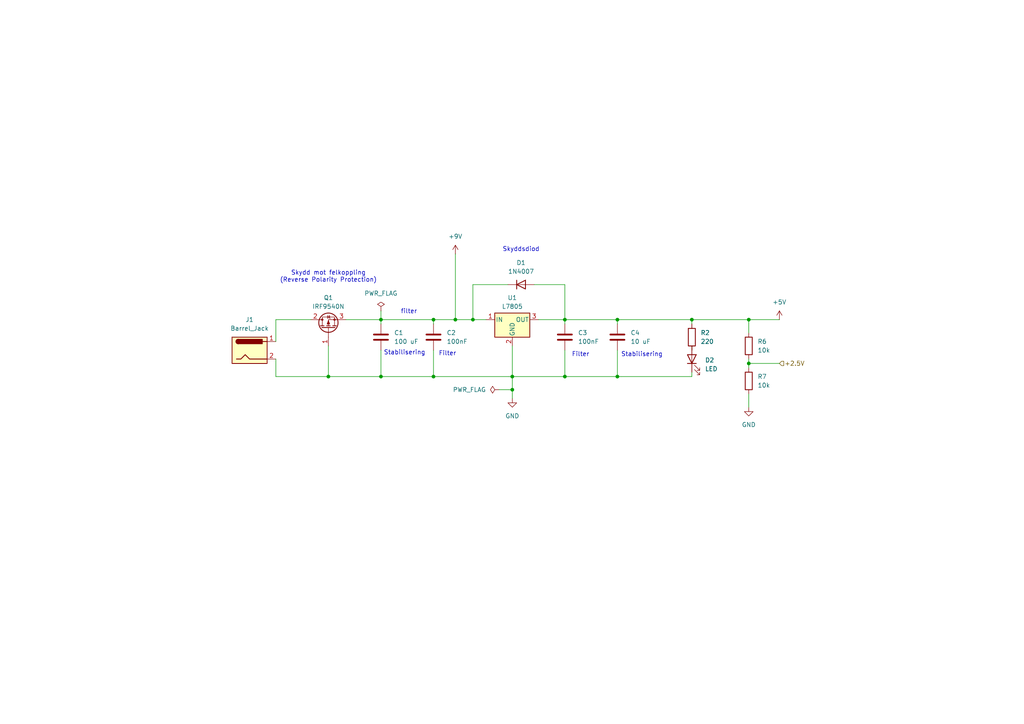
<source format=kicad_sch>
(kicad_sch
	(version 20250114)
	(generator "eeschema")
	(generator_version "9.0")
	(uuid "0274b2d8-f094-4af9-80bc-d80109e8a7d0")
	(paper "A4")
	(lib_symbols
		(symbol "Connector:Barrel_Jack"
			(pin_names
				(offset 1.016)
			)
			(exclude_from_sim no)
			(in_bom yes)
			(on_board yes)
			(property "Reference" "J"
				(at 0 5.334 0)
				(effects
					(font
						(size 1.27 1.27)
					)
				)
			)
			(property "Value" "Barrel_Jack"
				(at 0 -5.08 0)
				(effects
					(font
						(size 1.27 1.27)
					)
				)
			)
			(property "Footprint" ""
				(at 1.27 -1.016 0)
				(effects
					(font
						(size 1.27 1.27)
					)
					(hide yes)
				)
			)
			(property "Datasheet" "~"
				(at 1.27 -1.016 0)
				(effects
					(font
						(size 1.27 1.27)
					)
					(hide yes)
				)
			)
			(property "Description" "DC Barrel Jack"
				(at 0 0 0)
				(effects
					(font
						(size 1.27 1.27)
					)
					(hide yes)
				)
			)
			(property "ki_keywords" "DC power barrel jack connector"
				(at 0 0 0)
				(effects
					(font
						(size 1.27 1.27)
					)
					(hide yes)
				)
			)
			(property "ki_fp_filters" "BarrelJack*"
				(at 0 0 0)
				(effects
					(font
						(size 1.27 1.27)
					)
					(hide yes)
				)
			)
			(symbol "Barrel_Jack_0_1"
				(rectangle
					(start -5.08 3.81)
					(end 5.08 -3.81)
					(stroke
						(width 0.254)
						(type default)
					)
					(fill
						(type background)
					)
				)
				(polyline
					(pts
						(xy -3.81 -2.54) (xy -2.54 -2.54) (xy -1.27 -1.27) (xy 0 -2.54) (xy 2.54 -2.54) (xy 5.08 -2.54)
					)
					(stroke
						(width 0.254)
						(type default)
					)
					(fill
						(type none)
					)
				)
				(arc
					(start -3.302 1.905)
					(mid -3.9343 2.54)
					(end -3.302 3.175)
					(stroke
						(width 0.254)
						(type default)
					)
					(fill
						(type none)
					)
				)
				(arc
					(start -3.302 1.905)
					(mid -3.9343 2.54)
					(end -3.302 3.175)
					(stroke
						(width 0.254)
						(type default)
					)
					(fill
						(type outline)
					)
				)
				(rectangle
					(start 3.683 3.175)
					(end -3.302 1.905)
					(stroke
						(width 0.254)
						(type default)
					)
					(fill
						(type outline)
					)
				)
				(polyline
					(pts
						(xy 5.08 2.54) (xy 3.81 2.54)
					)
					(stroke
						(width 0.254)
						(type default)
					)
					(fill
						(type none)
					)
				)
			)
			(symbol "Barrel_Jack_1_1"
				(pin passive line
					(at 7.62 2.54 180)
					(length 2.54)
					(name "~"
						(effects
							(font
								(size 1.27 1.27)
							)
						)
					)
					(number "1"
						(effects
							(font
								(size 1.27 1.27)
							)
						)
					)
				)
				(pin passive line
					(at 7.62 -2.54 180)
					(length 2.54)
					(name "~"
						(effects
							(font
								(size 1.27 1.27)
							)
						)
					)
					(number "2"
						(effects
							(font
								(size 1.27 1.27)
							)
						)
					)
				)
			)
			(embedded_fonts no)
		)
		(symbol "Device:C"
			(pin_numbers
				(hide yes)
			)
			(pin_names
				(offset 0.254)
			)
			(exclude_from_sim no)
			(in_bom yes)
			(on_board yes)
			(property "Reference" "C"
				(at 0.635 2.54 0)
				(effects
					(font
						(size 1.27 1.27)
					)
					(justify left)
				)
			)
			(property "Value" "C"
				(at 0.635 -2.54 0)
				(effects
					(font
						(size 1.27 1.27)
					)
					(justify left)
				)
			)
			(property "Footprint" ""
				(at 0.9652 -3.81 0)
				(effects
					(font
						(size 1.27 1.27)
					)
					(hide yes)
				)
			)
			(property "Datasheet" "~"
				(at 0 0 0)
				(effects
					(font
						(size 1.27 1.27)
					)
					(hide yes)
				)
			)
			(property "Description" "Unpolarized capacitor"
				(at 0 0 0)
				(effects
					(font
						(size 1.27 1.27)
					)
					(hide yes)
				)
			)
			(property "ki_keywords" "cap capacitor"
				(at 0 0 0)
				(effects
					(font
						(size 1.27 1.27)
					)
					(hide yes)
				)
			)
			(property "ki_fp_filters" "C_*"
				(at 0 0 0)
				(effects
					(font
						(size 1.27 1.27)
					)
					(hide yes)
				)
			)
			(symbol "C_0_1"
				(polyline
					(pts
						(xy -2.032 0.762) (xy 2.032 0.762)
					)
					(stroke
						(width 0.508)
						(type default)
					)
					(fill
						(type none)
					)
				)
				(polyline
					(pts
						(xy -2.032 -0.762) (xy 2.032 -0.762)
					)
					(stroke
						(width 0.508)
						(type default)
					)
					(fill
						(type none)
					)
				)
			)
			(symbol "C_1_1"
				(pin passive line
					(at 0 3.81 270)
					(length 2.794)
					(name "~"
						(effects
							(font
								(size 1.27 1.27)
							)
						)
					)
					(number "1"
						(effects
							(font
								(size 1.27 1.27)
							)
						)
					)
				)
				(pin passive line
					(at 0 -3.81 90)
					(length 2.794)
					(name "~"
						(effects
							(font
								(size 1.27 1.27)
							)
						)
					)
					(number "2"
						(effects
							(font
								(size 1.27 1.27)
							)
						)
					)
				)
			)
			(embedded_fonts no)
		)
		(symbol "Device:LED"
			(pin_numbers
				(hide yes)
			)
			(pin_names
				(offset 1.016)
				(hide yes)
			)
			(exclude_from_sim no)
			(in_bom yes)
			(on_board yes)
			(property "Reference" "D"
				(at 0 2.54 0)
				(effects
					(font
						(size 1.27 1.27)
					)
				)
			)
			(property "Value" "LED"
				(at 0 -2.54 0)
				(effects
					(font
						(size 1.27 1.27)
					)
				)
			)
			(property "Footprint" ""
				(at 0 0 0)
				(effects
					(font
						(size 1.27 1.27)
					)
					(hide yes)
				)
			)
			(property "Datasheet" "~"
				(at 0 0 0)
				(effects
					(font
						(size 1.27 1.27)
					)
					(hide yes)
				)
			)
			(property "Description" "Light emitting diode"
				(at 0 0 0)
				(effects
					(font
						(size 1.27 1.27)
					)
					(hide yes)
				)
			)
			(property "Sim.Pins" "1=K 2=A"
				(at 0 0 0)
				(effects
					(font
						(size 1.27 1.27)
					)
					(hide yes)
				)
			)
			(property "ki_keywords" "LED diode"
				(at 0 0 0)
				(effects
					(font
						(size 1.27 1.27)
					)
					(hide yes)
				)
			)
			(property "ki_fp_filters" "LED* LED_SMD:* LED_THT:*"
				(at 0 0 0)
				(effects
					(font
						(size 1.27 1.27)
					)
					(hide yes)
				)
			)
			(symbol "LED_0_1"
				(polyline
					(pts
						(xy -3.048 -0.762) (xy -4.572 -2.286) (xy -3.81 -2.286) (xy -4.572 -2.286) (xy -4.572 -1.524)
					)
					(stroke
						(width 0)
						(type default)
					)
					(fill
						(type none)
					)
				)
				(polyline
					(pts
						(xy -1.778 -0.762) (xy -3.302 -2.286) (xy -2.54 -2.286) (xy -3.302 -2.286) (xy -3.302 -1.524)
					)
					(stroke
						(width 0)
						(type default)
					)
					(fill
						(type none)
					)
				)
				(polyline
					(pts
						(xy -1.27 0) (xy 1.27 0)
					)
					(stroke
						(width 0)
						(type default)
					)
					(fill
						(type none)
					)
				)
				(polyline
					(pts
						(xy -1.27 -1.27) (xy -1.27 1.27)
					)
					(stroke
						(width 0.254)
						(type default)
					)
					(fill
						(type none)
					)
				)
				(polyline
					(pts
						(xy 1.27 -1.27) (xy 1.27 1.27) (xy -1.27 0) (xy 1.27 -1.27)
					)
					(stroke
						(width 0.254)
						(type default)
					)
					(fill
						(type none)
					)
				)
			)
			(symbol "LED_1_1"
				(pin passive line
					(at -3.81 0 0)
					(length 2.54)
					(name "K"
						(effects
							(font
								(size 1.27 1.27)
							)
						)
					)
					(number "1"
						(effects
							(font
								(size 1.27 1.27)
							)
						)
					)
				)
				(pin passive line
					(at 3.81 0 180)
					(length 2.54)
					(name "A"
						(effects
							(font
								(size 1.27 1.27)
							)
						)
					)
					(number "2"
						(effects
							(font
								(size 1.27 1.27)
							)
						)
					)
				)
			)
			(embedded_fonts no)
		)
		(symbol "Device:R"
			(pin_numbers
				(hide yes)
			)
			(pin_names
				(offset 0)
			)
			(exclude_from_sim no)
			(in_bom yes)
			(on_board yes)
			(property "Reference" "R"
				(at 2.032 0 90)
				(effects
					(font
						(size 1.27 1.27)
					)
				)
			)
			(property "Value" "R"
				(at 0 0 90)
				(effects
					(font
						(size 1.27 1.27)
					)
				)
			)
			(property "Footprint" ""
				(at -1.778 0 90)
				(effects
					(font
						(size 1.27 1.27)
					)
					(hide yes)
				)
			)
			(property "Datasheet" "~"
				(at 0 0 0)
				(effects
					(font
						(size 1.27 1.27)
					)
					(hide yes)
				)
			)
			(property "Description" "Resistor"
				(at 0 0 0)
				(effects
					(font
						(size 1.27 1.27)
					)
					(hide yes)
				)
			)
			(property "ki_keywords" "R res resistor"
				(at 0 0 0)
				(effects
					(font
						(size 1.27 1.27)
					)
					(hide yes)
				)
			)
			(property "ki_fp_filters" "R_*"
				(at 0 0 0)
				(effects
					(font
						(size 1.27 1.27)
					)
					(hide yes)
				)
			)
			(symbol "R_0_1"
				(rectangle
					(start -1.016 -2.54)
					(end 1.016 2.54)
					(stroke
						(width 0.254)
						(type default)
					)
					(fill
						(type none)
					)
				)
			)
			(symbol "R_1_1"
				(pin passive line
					(at 0 3.81 270)
					(length 1.27)
					(name "~"
						(effects
							(font
								(size 1.27 1.27)
							)
						)
					)
					(number "1"
						(effects
							(font
								(size 1.27 1.27)
							)
						)
					)
				)
				(pin passive line
					(at 0 -3.81 90)
					(length 1.27)
					(name "~"
						(effects
							(font
								(size 1.27 1.27)
							)
						)
					)
					(number "2"
						(effects
							(font
								(size 1.27 1.27)
							)
						)
					)
				)
			)
			(embedded_fonts no)
		)
		(symbol "Diode:1N4007"
			(pin_numbers
				(hide yes)
			)
			(pin_names
				(hide yes)
			)
			(exclude_from_sim no)
			(in_bom yes)
			(on_board yes)
			(property "Reference" "D"
				(at 0 2.54 0)
				(effects
					(font
						(size 1.27 1.27)
					)
				)
			)
			(property "Value" "1N4007"
				(at 0 -2.54 0)
				(effects
					(font
						(size 1.27 1.27)
					)
				)
			)
			(property "Footprint" "Diode_THT:D_DO-41_SOD81_P10.16mm_Horizontal"
				(at 0 -4.445 0)
				(effects
					(font
						(size 1.27 1.27)
					)
					(hide yes)
				)
			)
			(property "Datasheet" "http://www.vishay.com/docs/88503/1n4001.pdf"
				(at 0 0 0)
				(effects
					(font
						(size 1.27 1.27)
					)
					(hide yes)
				)
			)
			(property "Description" "1000V 1A General Purpose Rectifier Diode, DO-41"
				(at 0 0 0)
				(effects
					(font
						(size 1.27 1.27)
					)
					(hide yes)
				)
			)
			(property "Sim.Device" "D"
				(at 0 0 0)
				(effects
					(font
						(size 1.27 1.27)
					)
					(hide yes)
				)
			)
			(property "Sim.Pins" "1=K 2=A"
				(at 0 0 0)
				(effects
					(font
						(size 1.27 1.27)
					)
					(hide yes)
				)
			)
			(property "ki_keywords" "diode"
				(at 0 0 0)
				(effects
					(font
						(size 1.27 1.27)
					)
					(hide yes)
				)
			)
			(property "ki_fp_filters" "D*DO?41*"
				(at 0 0 0)
				(effects
					(font
						(size 1.27 1.27)
					)
					(hide yes)
				)
			)
			(symbol "1N4007_0_1"
				(polyline
					(pts
						(xy -1.27 1.27) (xy -1.27 -1.27)
					)
					(stroke
						(width 0.254)
						(type default)
					)
					(fill
						(type none)
					)
				)
				(polyline
					(pts
						(xy 1.27 1.27) (xy 1.27 -1.27) (xy -1.27 0) (xy 1.27 1.27)
					)
					(stroke
						(width 0.254)
						(type default)
					)
					(fill
						(type none)
					)
				)
				(polyline
					(pts
						(xy 1.27 0) (xy -1.27 0)
					)
					(stroke
						(width 0)
						(type default)
					)
					(fill
						(type none)
					)
				)
			)
			(symbol "1N4007_1_1"
				(pin passive line
					(at -3.81 0 0)
					(length 2.54)
					(name "K"
						(effects
							(font
								(size 1.27 1.27)
							)
						)
					)
					(number "1"
						(effects
							(font
								(size 1.27 1.27)
							)
						)
					)
				)
				(pin passive line
					(at 3.81 0 180)
					(length 2.54)
					(name "A"
						(effects
							(font
								(size 1.27 1.27)
							)
						)
					)
					(number "2"
						(effects
							(font
								(size 1.27 1.27)
							)
						)
					)
				)
			)
			(embedded_fonts no)
		)
		(symbol "Regulator_Linear:L7805"
			(pin_names
				(offset 0.254)
			)
			(exclude_from_sim no)
			(in_bom yes)
			(on_board yes)
			(property "Reference" "U"
				(at -3.81 3.175 0)
				(effects
					(font
						(size 1.27 1.27)
					)
				)
			)
			(property "Value" "L7805"
				(at 0 3.175 0)
				(effects
					(font
						(size 1.27 1.27)
					)
					(justify left)
				)
			)
			(property "Footprint" ""
				(at 0.635 -3.81 0)
				(effects
					(font
						(size 1.27 1.27)
						(italic yes)
					)
					(justify left)
					(hide yes)
				)
			)
			(property "Datasheet" "http://www.st.com/content/ccc/resource/technical/document/datasheet/41/4f/b3/b0/12/d4/47/88/CD00000444.pdf/files/CD00000444.pdf/jcr:content/translations/en.CD00000444.pdf"
				(at 0 -1.27 0)
				(effects
					(font
						(size 1.27 1.27)
					)
					(hide yes)
				)
			)
			(property "Description" "Positive 1.5A 35V Linear Regulator, Fixed Output 5V, TO-220/TO-263/TO-252"
				(at 0 0 0)
				(effects
					(font
						(size 1.27 1.27)
					)
					(hide yes)
				)
			)
			(property "ki_keywords" "Voltage Regulator 1.5A Positive"
				(at 0 0 0)
				(effects
					(font
						(size 1.27 1.27)
					)
					(hide yes)
				)
			)
			(property "ki_fp_filters" "TO?252* TO?263* TO?220*"
				(at 0 0 0)
				(effects
					(font
						(size 1.27 1.27)
					)
					(hide yes)
				)
			)
			(symbol "L7805_0_1"
				(rectangle
					(start -5.08 1.905)
					(end 5.08 -5.08)
					(stroke
						(width 0.254)
						(type default)
					)
					(fill
						(type background)
					)
				)
			)
			(symbol "L7805_1_1"
				(pin power_in line
					(at -7.62 0 0)
					(length 2.54)
					(name "IN"
						(effects
							(font
								(size 1.27 1.27)
							)
						)
					)
					(number "1"
						(effects
							(font
								(size 1.27 1.27)
							)
						)
					)
				)
				(pin power_in line
					(at 0 -7.62 90)
					(length 2.54)
					(name "GND"
						(effects
							(font
								(size 1.27 1.27)
							)
						)
					)
					(number "2"
						(effects
							(font
								(size 1.27 1.27)
							)
						)
					)
				)
				(pin power_out line
					(at 7.62 0 180)
					(length 2.54)
					(name "OUT"
						(effects
							(font
								(size 1.27 1.27)
							)
						)
					)
					(number "3"
						(effects
							(font
								(size 1.27 1.27)
							)
						)
					)
				)
			)
			(embedded_fonts no)
		)
		(symbol "Transistor_FET:IRF9540N"
			(pin_names
				(hide yes)
			)
			(exclude_from_sim no)
			(in_bom yes)
			(on_board yes)
			(property "Reference" "Q"
				(at 5.08 1.905 0)
				(effects
					(font
						(size 1.27 1.27)
					)
					(justify left)
				)
			)
			(property "Value" "IRF9540N"
				(at 5.08 0 0)
				(effects
					(font
						(size 1.27 1.27)
					)
					(justify left)
				)
			)
			(property "Footprint" "Package_TO_SOT_THT:TO-220-3_Vertical"
				(at 5.08 -1.905 0)
				(effects
					(font
						(size 1.27 1.27)
						(italic yes)
					)
					(justify left)
					(hide yes)
				)
			)
			(property "Datasheet" "http://www.irf.com/product-info/datasheets/data/irf9540n.pdf"
				(at 5.08 -3.81 0)
				(effects
					(font
						(size 1.27 1.27)
					)
					(justify left)
					(hide yes)
				)
			)
			(property "Description" "-23A Id, -100V Vds, 117mOhm Rds, P-Channel HEXFET Power MOSFET, TO-220"
				(at 0 0 0)
				(effects
					(font
						(size 1.27 1.27)
					)
					(hide yes)
				)
			)
			(property "ki_keywords" "P-Channel MOSFET HEXFET"
				(at 0 0 0)
				(effects
					(font
						(size 1.27 1.27)
					)
					(hide yes)
				)
			)
			(property "ki_fp_filters" "TO?220*"
				(at 0 0 0)
				(effects
					(font
						(size 1.27 1.27)
					)
					(hide yes)
				)
			)
			(symbol "IRF9540N_0_1"
				(polyline
					(pts
						(xy 0.254 1.905) (xy 0.254 -1.905)
					)
					(stroke
						(width 0.254)
						(type default)
					)
					(fill
						(type none)
					)
				)
				(polyline
					(pts
						(xy 0.254 0) (xy -2.54 0)
					)
					(stroke
						(width 0)
						(type default)
					)
					(fill
						(type none)
					)
				)
				(polyline
					(pts
						(xy 0.762 2.286) (xy 0.762 1.27)
					)
					(stroke
						(width 0.254)
						(type default)
					)
					(fill
						(type none)
					)
				)
				(polyline
					(pts
						(xy 0.762 1.778) (xy 3.302 1.778) (xy 3.302 -1.778) (xy 0.762 -1.778)
					)
					(stroke
						(width 0)
						(type default)
					)
					(fill
						(type none)
					)
				)
				(polyline
					(pts
						(xy 0.762 0.508) (xy 0.762 -0.508)
					)
					(stroke
						(width 0.254)
						(type default)
					)
					(fill
						(type none)
					)
				)
				(polyline
					(pts
						(xy 0.762 -1.27) (xy 0.762 -2.286)
					)
					(stroke
						(width 0.254)
						(type default)
					)
					(fill
						(type none)
					)
				)
				(circle
					(center 1.651 0)
					(radius 2.794)
					(stroke
						(width 0.254)
						(type default)
					)
					(fill
						(type none)
					)
				)
				(polyline
					(pts
						(xy 2.286 0) (xy 1.27 0.381) (xy 1.27 -0.381) (xy 2.286 0)
					)
					(stroke
						(width 0)
						(type default)
					)
					(fill
						(type outline)
					)
				)
				(polyline
					(pts
						(xy 2.54 2.54) (xy 2.54 1.778)
					)
					(stroke
						(width 0)
						(type default)
					)
					(fill
						(type none)
					)
				)
				(circle
					(center 2.54 1.778)
					(radius 0.254)
					(stroke
						(width 0)
						(type default)
					)
					(fill
						(type outline)
					)
				)
				(circle
					(center 2.54 -1.778)
					(radius 0.254)
					(stroke
						(width 0)
						(type default)
					)
					(fill
						(type outline)
					)
				)
				(polyline
					(pts
						(xy 2.54 -2.54) (xy 2.54 0) (xy 0.762 0)
					)
					(stroke
						(width 0)
						(type default)
					)
					(fill
						(type none)
					)
				)
				(polyline
					(pts
						(xy 2.794 -0.508) (xy 2.921 -0.381) (xy 3.683 -0.381) (xy 3.81 -0.254)
					)
					(stroke
						(width 0)
						(type default)
					)
					(fill
						(type none)
					)
				)
				(polyline
					(pts
						(xy 3.302 -0.381) (xy 2.921 0.254) (xy 3.683 0.254) (xy 3.302 -0.381)
					)
					(stroke
						(width 0)
						(type default)
					)
					(fill
						(type none)
					)
				)
			)
			(symbol "IRF9540N_1_1"
				(pin input line
					(at -5.08 0 0)
					(length 2.54)
					(name "G"
						(effects
							(font
								(size 1.27 1.27)
							)
						)
					)
					(number "1"
						(effects
							(font
								(size 1.27 1.27)
							)
						)
					)
				)
				(pin passive line
					(at 2.54 5.08 270)
					(length 2.54)
					(name "D"
						(effects
							(font
								(size 1.27 1.27)
							)
						)
					)
					(number "2"
						(effects
							(font
								(size 1.27 1.27)
							)
						)
					)
				)
				(pin passive line
					(at 2.54 -5.08 90)
					(length 2.54)
					(name "S"
						(effects
							(font
								(size 1.27 1.27)
							)
						)
					)
					(number "3"
						(effects
							(font
								(size 1.27 1.27)
							)
						)
					)
				)
			)
			(embedded_fonts no)
		)
		(symbol "power:+5V"
			(power)
			(pin_numbers
				(hide yes)
			)
			(pin_names
				(offset 0)
				(hide yes)
			)
			(exclude_from_sim no)
			(in_bom yes)
			(on_board yes)
			(property "Reference" "#PWR"
				(at 0 -3.81 0)
				(effects
					(font
						(size 1.27 1.27)
					)
					(hide yes)
				)
			)
			(property "Value" "+5V"
				(at 0 3.556 0)
				(effects
					(font
						(size 1.27 1.27)
					)
				)
			)
			(property "Footprint" ""
				(at 0 0 0)
				(effects
					(font
						(size 1.27 1.27)
					)
					(hide yes)
				)
			)
			(property "Datasheet" ""
				(at 0 0 0)
				(effects
					(font
						(size 1.27 1.27)
					)
					(hide yes)
				)
			)
			(property "Description" "Power symbol creates a global label with name \"+5V\""
				(at 0 0 0)
				(effects
					(font
						(size 1.27 1.27)
					)
					(hide yes)
				)
			)
			(property "ki_keywords" "global power"
				(at 0 0 0)
				(effects
					(font
						(size 1.27 1.27)
					)
					(hide yes)
				)
			)
			(symbol "+5V_0_1"
				(polyline
					(pts
						(xy -0.762 1.27) (xy 0 2.54)
					)
					(stroke
						(width 0)
						(type default)
					)
					(fill
						(type none)
					)
				)
				(polyline
					(pts
						(xy 0 2.54) (xy 0.762 1.27)
					)
					(stroke
						(width 0)
						(type default)
					)
					(fill
						(type none)
					)
				)
				(polyline
					(pts
						(xy 0 0) (xy 0 2.54)
					)
					(stroke
						(width 0)
						(type default)
					)
					(fill
						(type none)
					)
				)
			)
			(symbol "+5V_1_1"
				(pin power_in line
					(at 0 0 90)
					(length 0)
					(name "~"
						(effects
							(font
								(size 1.27 1.27)
							)
						)
					)
					(number "1"
						(effects
							(font
								(size 1.27 1.27)
							)
						)
					)
				)
			)
			(embedded_fonts no)
		)
		(symbol "power:+9V"
			(power)
			(pin_numbers
				(hide yes)
			)
			(pin_names
				(offset 0)
				(hide yes)
			)
			(exclude_from_sim no)
			(in_bom yes)
			(on_board yes)
			(property "Reference" "#PWR"
				(at 0 -3.81 0)
				(effects
					(font
						(size 1.27 1.27)
					)
					(hide yes)
				)
			)
			(property "Value" "+9V"
				(at 0 3.556 0)
				(effects
					(font
						(size 1.27 1.27)
					)
				)
			)
			(property "Footprint" ""
				(at 0 0 0)
				(effects
					(font
						(size 1.27 1.27)
					)
					(hide yes)
				)
			)
			(property "Datasheet" ""
				(at 0 0 0)
				(effects
					(font
						(size 1.27 1.27)
					)
					(hide yes)
				)
			)
			(property "Description" "Power symbol creates a global label with name \"+9V\""
				(at 0 0 0)
				(effects
					(font
						(size 1.27 1.27)
					)
					(hide yes)
				)
			)
			(property "ki_keywords" "global power"
				(at 0 0 0)
				(effects
					(font
						(size 1.27 1.27)
					)
					(hide yes)
				)
			)
			(symbol "+9V_0_1"
				(polyline
					(pts
						(xy -0.762 1.27) (xy 0 2.54)
					)
					(stroke
						(width 0)
						(type default)
					)
					(fill
						(type none)
					)
				)
				(polyline
					(pts
						(xy 0 2.54) (xy 0.762 1.27)
					)
					(stroke
						(width 0)
						(type default)
					)
					(fill
						(type none)
					)
				)
				(polyline
					(pts
						(xy 0 0) (xy 0 2.54)
					)
					(stroke
						(width 0)
						(type default)
					)
					(fill
						(type none)
					)
				)
			)
			(symbol "+9V_1_1"
				(pin power_in line
					(at 0 0 90)
					(length 0)
					(name "~"
						(effects
							(font
								(size 1.27 1.27)
							)
						)
					)
					(number "1"
						(effects
							(font
								(size 1.27 1.27)
							)
						)
					)
				)
			)
			(embedded_fonts no)
		)
		(symbol "power:GND"
			(power)
			(pin_numbers
				(hide yes)
			)
			(pin_names
				(offset 0)
				(hide yes)
			)
			(exclude_from_sim no)
			(in_bom yes)
			(on_board yes)
			(property "Reference" "#PWR"
				(at 0 -6.35 0)
				(effects
					(font
						(size 1.27 1.27)
					)
					(hide yes)
				)
			)
			(property "Value" "GND"
				(at 0 -3.81 0)
				(effects
					(font
						(size 1.27 1.27)
					)
				)
			)
			(property "Footprint" ""
				(at 0 0 0)
				(effects
					(font
						(size 1.27 1.27)
					)
					(hide yes)
				)
			)
			(property "Datasheet" ""
				(at 0 0 0)
				(effects
					(font
						(size 1.27 1.27)
					)
					(hide yes)
				)
			)
			(property "Description" "Power symbol creates a global label with name \"GND\" , ground"
				(at 0 0 0)
				(effects
					(font
						(size 1.27 1.27)
					)
					(hide yes)
				)
			)
			(property "ki_keywords" "global power"
				(at 0 0 0)
				(effects
					(font
						(size 1.27 1.27)
					)
					(hide yes)
				)
			)
			(symbol "GND_0_1"
				(polyline
					(pts
						(xy 0 0) (xy 0 -1.27) (xy 1.27 -1.27) (xy 0 -2.54) (xy -1.27 -1.27) (xy 0 -1.27)
					)
					(stroke
						(width 0)
						(type default)
					)
					(fill
						(type none)
					)
				)
			)
			(symbol "GND_1_1"
				(pin power_in line
					(at 0 0 270)
					(length 0)
					(name "~"
						(effects
							(font
								(size 1.27 1.27)
							)
						)
					)
					(number "1"
						(effects
							(font
								(size 1.27 1.27)
							)
						)
					)
				)
			)
			(embedded_fonts no)
		)
		(symbol "power:PWR_FLAG"
			(power)
			(pin_numbers
				(hide yes)
			)
			(pin_names
				(offset 0)
				(hide yes)
			)
			(exclude_from_sim no)
			(in_bom yes)
			(on_board yes)
			(property "Reference" "#FLG"
				(at 0 1.905 0)
				(effects
					(font
						(size 1.27 1.27)
					)
					(hide yes)
				)
			)
			(property "Value" "PWR_FLAG"
				(at 0 3.81 0)
				(effects
					(font
						(size 1.27 1.27)
					)
				)
			)
			(property "Footprint" ""
				(at 0 0 0)
				(effects
					(font
						(size 1.27 1.27)
					)
					(hide yes)
				)
			)
			(property "Datasheet" "~"
				(at 0 0 0)
				(effects
					(font
						(size 1.27 1.27)
					)
					(hide yes)
				)
			)
			(property "Description" "Special symbol for telling ERC where power comes from"
				(at 0 0 0)
				(effects
					(font
						(size 1.27 1.27)
					)
					(hide yes)
				)
			)
			(property "ki_keywords" "flag power"
				(at 0 0 0)
				(effects
					(font
						(size 1.27 1.27)
					)
					(hide yes)
				)
			)
			(symbol "PWR_FLAG_0_0"
				(pin power_out line
					(at 0 0 90)
					(length 0)
					(name "~"
						(effects
							(font
								(size 1.27 1.27)
							)
						)
					)
					(number "1"
						(effects
							(font
								(size 1.27 1.27)
							)
						)
					)
				)
			)
			(symbol "PWR_FLAG_0_1"
				(polyline
					(pts
						(xy 0 0) (xy 0 1.27) (xy -1.016 1.905) (xy 0 2.54) (xy 1.016 1.905) (xy 0 1.27)
					)
					(stroke
						(width 0)
						(type default)
					)
					(fill
						(type none)
					)
				)
			)
			(embedded_fonts no)
		)
	)
	(text "Stabilisering"
		(exclude_from_sim no)
		(at 117.348 102.362 0)
		(effects
			(font
				(size 1.27 1.27)
			)
		)
		(uuid "0264636f-98ad-4f93-b216-4fc275c56a00")
	)
	(text "Stabilisering"
		(exclude_from_sim no)
		(at 186.182 102.87 0)
		(effects
			(font
				(size 1.27 1.27)
			)
		)
		(uuid "ad803e6b-1888-4c17-933f-1a895a4ba1d2")
	)
	(text "Filter"
		(exclude_from_sim no)
		(at 129.794 102.616 0)
		(effects
			(font
				(size 1.27 1.27)
			)
		)
		(uuid "ae0a2835-8cd0-48f4-b3f7-fdee2d0ff7a6")
	)
	(text "filter"
		(exclude_from_sim no)
		(at 118.618 90.424 0)
		(effects
			(font
				(size 1.27 1.27)
			)
		)
		(uuid "b4562fac-b2c3-48ed-91dd-94e639891c8f")
	)
	(text "Filter"
		(exclude_from_sim no)
		(at 168.402 102.87 0)
		(effects
			(font
				(size 1.27 1.27)
			)
		)
		(uuid "cbe88d48-6d0f-45ae-9d63-aaf7840368d7")
	)
	(text "Skyddsdiod"
		(exclude_from_sim no)
		(at 151.13 72.39 0)
		(effects
			(font
				(size 1.27 1.27)
			)
		)
		(uuid "de6b2b51-0f94-45db-b7e7-89ae24375707")
	)
	(text "Skydd mot felkoppling\n(Reverse Polarity Protection)"
		(exclude_from_sim no)
		(at 95.25 80.264 0)
		(effects
			(font
				(size 1.27 1.27)
			)
		)
		(uuid "f1a2e4fc-a85e-4ede-a9c4-693e5077cb9c")
	)
	(junction
		(at 163.83 109.22)
		(diameter 0)
		(color 0 0 0 0)
		(uuid "027c48be-a81c-4109-a181-e505afbdaae0")
	)
	(junction
		(at 217.17 105.41)
		(diameter 0)
		(color 0 0 0 0)
		(uuid "0a008269-8c21-4c9b-8db6-8ad3df324d07")
	)
	(junction
		(at 137.16 92.71)
		(diameter 0)
		(color 0 0 0 0)
		(uuid "17411565-f34d-4b0e-8a1d-98fe4d77600b")
	)
	(junction
		(at 179.07 109.22)
		(diameter 0)
		(color 0 0 0 0)
		(uuid "1a5e35c7-6d44-4420-b153-e50023455102")
	)
	(junction
		(at 110.49 109.22)
		(diameter 0)
		(color 0 0 0 0)
		(uuid "3a9d0391-4785-4f85-bf0b-bda1a7639796")
	)
	(junction
		(at 110.49 92.71)
		(diameter 0)
		(color 0 0 0 0)
		(uuid "3f85e21e-cef9-4d5d-8ccd-0c5ce50308a8")
	)
	(junction
		(at 179.07 92.71)
		(diameter 0)
		(color 0 0 0 0)
		(uuid "6bd53908-cba7-4974-86f9-dc8260267573")
	)
	(junction
		(at 95.25 109.22)
		(diameter 0)
		(color 0 0 0 0)
		(uuid "7a8ea7e2-3f72-41f1-af54-afe38a7bdce2")
	)
	(junction
		(at 200.66 92.71)
		(diameter 0)
		(color 0 0 0 0)
		(uuid "816c624e-3a7a-48cc-b6ff-946ae9492717")
	)
	(junction
		(at 163.83 92.71)
		(diameter 0)
		(color 0 0 0 0)
		(uuid "94e3fbdc-d9cf-481b-9d7d-c690b923ce89")
	)
	(junction
		(at 132.08 92.71)
		(diameter 0)
		(color 0 0 0 0)
		(uuid "9acd4378-e6a8-478e-a976-2e18c81fc571")
	)
	(junction
		(at 217.17 92.71)
		(diameter 0)
		(color 0 0 0 0)
		(uuid "a71a230b-691e-4765-b659-dd9d26fdb158")
	)
	(junction
		(at 148.59 113.03)
		(diameter 0)
		(color 0 0 0 0)
		(uuid "d41a0c3f-63aa-4208-bca1-14a62f591ac1")
	)
	(junction
		(at 148.59 109.22)
		(diameter 0)
		(color 0 0 0 0)
		(uuid "ee96be7c-d93a-4505-b64e-de4857a8f287")
	)
	(junction
		(at 125.73 92.71)
		(diameter 0)
		(color 0 0 0 0)
		(uuid "f6e74a6f-6871-4127-9979-4e8094326051")
	)
	(junction
		(at 125.73 109.22)
		(diameter 0)
		(color 0 0 0 0)
		(uuid "ff6171b1-5eda-43fd-9186-495f840f415d")
	)
	(wire
		(pts
			(xy 163.83 101.6) (xy 163.83 109.22)
		)
		(stroke
			(width 0)
			(type default)
		)
		(uuid "02b4f1f6-dfe3-431e-9f06-0de1fc5e868c")
	)
	(wire
		(pts
			(xy 95.25 109.22) (xy 110.49 109.22)
		)
		(stroke
			(width 0)
			(type default)
		)
		(uuid "0f0380e4-a313-4999-bbb8-309d7bae00c9")
	)
	(wire
		(pts
			(xy 217.17 92.71) (xy 226.06 92.71)
		)
		(stroke
			(width 0)
			(type default)
		)
		(uuid "12ac5523-8746-4ec4-86aa-c0029648f74f")
	)
	(wire
		(pts
			(xy 217.17 114.3) (xy 217.17 118.11)
		)
		(stroke
			(width 0)
			(type default)
		)
		(uuid "15fb463c-be62-4b0c-8b91-65323771de29")
	)
	(wire
		(pts
			(xy 125.73 92.71) (xy 125.73 93.98)
		)
		(stroke
			(width 0)
			(type default)
		)
		(uuid "209e204a-53d0-4a2a-badf-cd925614218b")
	)
	(wire
		(pts
			(xy 137.16 92.71) (xy 140.97 92.71)
		)
		(stroke
			(width 0)
			(type default)
		)
		(uuid "267946bc-c52b-4a23-b337-438952caa307")
	)
	(wire
		(pts
			(xy 110.49 101.6) (xy 110.49 109.22)
		)
		(stroke
			(width 0)
			(type default)
		)
		(uuid "27e0a67d-90ce-47a0-b187-66f8bb9f0cca")
	)
	(wire
		(pts
			(xy 125.73 92.71) (xy 132.08 92.71)
		)
		(stroke
			(width 0)
			(type default)
		)
		(uuid "2811786d-690b-4d4d-989e-10f7e08b1446")
	)
	(wire
		(pts
			(xy 137.16 82.55) (xy 137.16 92.71)
		)
		(stroke
			(width 0)
			(type default)
		)
		(uuid "299caf3e-73af-4529-ba4d-7419a84df601")
	)
	(wire
		(pts
			(xy 163.83 82.55) (xy 154.94 82.55)
		)
		(stroke
			(width 0)
			(type default)
		)
		(uuid "2f850e2c-1ce8-417c-b0dc-f86b83d1eefb")
	)
	(wire
		(pts
			(xy 148.59 113.03) (xy 148.59 115.57)
		)
		(stroke
			(width 0)
			(type default)
		)
		(uuid "2f946fd2-4ff5-49c3-816a-1c97edc4ff04")
	)
	(wire
		(pts
			(xy 163.83 92.71) (xy 163.83 82.55)
		)
		(stroke
			(width 0)
			(type default)
		)
		(uuid "378fcc50-6a4d-4d6a-b0ac-faedb41b9a80")
	)
	(wire
		(pts
			(xy 80.01 109.22) (xy 95.25 109.22)
		)
		(stroke
			(width 0)
			(type default)
		)
		(uuid "43a2366e-eeb1-4715-8151-5268a33d8106")
	)
	(wire
		(pts
			(xy 163.83 92.71) (xy 163.83 93.98)
		)
		(stroke
			(width 0)
			(type default)
		)
		(uuid "4ebded29-38a9-4da0-83f1-bef17c383819")
	)
	(wire
		(pts
			(xy 179.07 101.6) (xy 179.07 109.22)
		)
		(stroke
			(width 0)
			(type default)
		)
		(uuid "55baddf6-873a-4ecf-a6d9-ee7bfd078be8")
	)
	(wire
		(pts
			(xy 144.78 113.03) (xy 148.59 113.03)
		)
		(stroke
			(width 0)
			(type default)
		)
		(uuid "5d8c7380-e582-4627-97b7-43b5bde27e48")
	)
	(wire
		(pts
			(xy 148.59 100.33) (xy 148.59 109.22)
		)
		(stroke
			(width 0)
			(type default)
		)
		(uuid "60cec38a-9104-458c-a910-83a54a01cb19")
	)
	(wire
		(pts
			(xy 156.21 92.71) (xy 163.83 92.71)
		)
		(stroke
			(width 0)
			(type default)
		)
		(uuid "628b8cca-7512-4941-825b-acc26594b1c4")
	)
	(wire
		(pts
			(xy 80.01 99.06) (xy 80.01 92.71)
		)
		(stroke
			(width 0)
			(type default)
		)
		(uuid "6751b61d-1106-41bb-8057-2c43f8c8b99b")
	)
	(wire
		(pts
			(xy 125.73 101.6) (xy 125.73 109.22)
		)
		(stroke
			(width 0)
			(type default)
		)
		(uuid "69904d9d-b795-40d2-8884-2b407253e2f2")
	)
	(wire
		(pts
			(xy 148.59 109.22) (xy 148.59 113.03)
		)
		(stroke
			(width 0)
			(type default)
		)
		(uuid "6a7d46fb-2b1a-44ad-99bb-22895f0ab5fb")
	)
	(wire
		(pts
			(xy 200.66 109.22) (xy 200.66 107.95)
		)
		(stroke
			(width 0)
			(type default)
		)
		(uuid "6f0090b0-46af-4ad1-8fec-12f27be72617")
	)
	(wire
		(pts
			(xy 200.66 92.71) (xy 217.17 92.71)
		)
		(stroke
			(width 0)
			(type default)
		)
		(uuid "70310c7e-149e-42f2-b9de-ca49a71ab08b")
	)
	(wire
		(pts
			(xy 200.66 109.22) (xy 179.07 109.22)
		)
		(stroke
			(width 0)
			(type default)
		)
		(uuid "7581fec4-25fa-4353-8dd3-2799d4cc6217")
	)
	(wire
		(pts
			(xy 147.32 82.55) (xy 137.16 82.55)
		)
		(stroke
			(width 0)
			(type default)
		)
		(uuid "75cc4a3f-0704-44fb-89cd-2f77de693b71")
	)
	(wire
		(pts
			(xy 80.01 109.22) (xy 80.01 104.14)
		)
		(stroke
			(width 0)
			(type default)
		)
		(uuid "7d1a7c71-eb83-4e5e-ae12-6f5867ce6c25")
	)
	(wire
		(pts
			(xy 132.08 92.71) (xy 137.16 92.71)
		)
		(stroke
			(width 0)
			(type default)
		)
		(uuid "7ee198e5-df94-464a-8040-b4aed8f75b03")
	)
	(wire
		(pts
			(xy 110.49 92.71) (xy 125.73 92.71)
		)
		(stroke
			(width 0)
			(type default)
		)
		(uuid "81c405d3-5972-40d2-8e8f-fa02b70e239d")
	)
	(wire
		(pts
			(xy 217.17 92.71) (xy 217.17 96.52)
		)
		(stroke
			(width 0)
			(type default)
		)
		(uuid "8551fb8a-413b-404f-b91d-d1dd4892dfcb")
	)
	(wire
		(pts
			(xy 100.33 92.71) (xy 110.49 92.71)
		)
		(stroke
			(width 0)
			(type default)
		)
		(uuid "88d38251-bc05-47f4-ad52-577d7e632472")
	)
	(wire
		(pts
			(xy 95.25 100.33) (xy 95.25 109.22)
		)
		(stroke
			(width 0)
			(type default)
		)
		(uuid "8b0b187b-2383-4136-a4b7-542bb389b1ef")
	)
	(wire
		(pts
			(xy 80.01 92.71) (xy 90.17 92.71)
		)
		(stroke
			(width 0)
			(type default)
		)
		(uuid "8dd59964-d20a-48fd-9ae4-81affe607c5c")
	)
	(wire
		(pts
			(xy 179.07 92.71) (xy 200.66 92.71)
		)
		(stroke
			(width 0)
			(type default)
		)
		(uuid "8eb50b8e-a7c0-4d28-8363-87ec32f64e8f")
	)
	(wire
		(pts
			(xy 132.08 73.66) (xy 132.08 92.71)
		)
		(stroke
			(width 0)
			(type default)
		)
		(uuid "996aa799-93c6-478a-a0a0-920beeaab94a")
	)
	(wire
		(pts
			(xy 217.17 105.41) (xy 217.17 106.68)
		)
		(stroke
			(width 0)
			(type default)
		)
		(uuid "9af2dea9-7391-4ecf-a608-0ea0e717bd28")
	)
	(wire
		(pts
			(xy 200.66 101.6) (xy 200.66 100.33)
		)
		(stroke
			(width 0)
			(type default)
		)
		(uuid "a5c2a95b-dff4-414b-b37e-b68ff5b4e749")
	)
	(wire
		(pts
			(xy 217.17 105.41) (xy 226.06 105.41)
		)
		(stroke
			(width 0)
			(type default)
		)
		(uuid "a91420e6-0a53-4828-a952-6506b450e5a8")
	)
	(wire
		(pts
			(xy 217.17 104.14) (xy 217.17 105.41)
		)
		(stroke
			(width 0)
			(type default)
		)
		(uuid "ac081d4d-d08a-47ba-83f4-3c007c6f19c4")
	)
	(wire
		(pts
			(xy 163.83 92.71) (xy 179.07 92.71)
		)
		(stroke
			(width 0)
			(type default)
		)
		(uuid "b767ef17-a658-4d7f-aacc-43cbcfa88c2d")
	)
	(wire
		(pts
			(xy 125.73 109.22) (xy 148.59 109.22)
		)
		(stroke
			(width 0)
			(type default)
		)
		(uuid "cdcf4b15-856f-4cb9-93ef-999ec7eef8e4")
	)
	(wire
		(pts
			(xy 110.49 109.22) (xy 125.73 109.22)
		)
		(stroke
			(width 0)
			(type default)
		)
		(uuid "e0c47989-fec3-4f59-91c0-0bec85749fcb")
	)
	(wire
		(pts
			(xy 200.66 93.98) (xy 200.66 92.71)
		)
		(stroke
			(width 0)
			(type default)
		)
		(uuid "e4597ac7-d614-461f-8b20-910150a7f9c0")
	)
	(wire
		(pts
			(xy 110.49 92.71) (xy 110.49 93.98)
		)
		(stroke
			(width 0)
			(type default)
		)
		(uuid "e614cb34-1c2e-47e7-9a41-c4274b90157a")
	)
	(wire
		(pts
			(xy 148.59 109.22) (xy 163.83 109.22)
		)
		(stroke
			(width 0)
			(type default)
		)
		(uuid "e682ccdb-f5d7-4fd5-ac86-4c019969a9ae")
	)
	(wire
		(pts
			(xy 110.49 90.17) (xy 110.49 92.71)
		)
		(stroke
			(width 0)
			(type default)
		)
		(uuid "e9f02de3-f5d2-4b22-aabe-88ab2df7d6df")
	)
	(wire
		(pts
			(xy 179.07 93.98) (xy 179.07 92.71)
		)
		(stroke
			(width 0)
			(type default)
		)
		(uuid "ea89c609-7e29-49ae-af79-f83ae18b96a6")
	)
	(wire
		(pts
			(xy 163.83 109.22) (xy 179.07 109.22)
		)
		(stroke
			(width 0)
			(type default)
		)
		(uuid "f8a7b8da-2c44-42fe-b39f-8d28de1e8fb6")
	)
	(hierarchical_label "+2.5V"
		(shape input)
		(at 226.06 105.41 0)
		(effects
			(font
				(size 1.27 1.27)
			)
			(justify left)
		)
		(uuid "cca684c5-a894-4a6f-b4b8-a28f42b05801")
	)
	(symbol
		(lib_id "power:GND")
		(at 148.59 115.57 0)
		(unit 1)
		(exclude_from_sim no)
		(in_bom yes)
		(on_board yes)
		(dnp no)
		(fields_autoplaced yes)
		(uuid "188b260c-1da4-4564-967c-4b1fec579dab")
		(property "Reference" "#PWR01"
			(at 148.59 121.92 0)
			(effects
				(font
					(size 1.27 1.27)
				)
				(hide yes)
			)
		)
		(property "Value" "GND"
			(at 148.59 120.65 0)
			(effects
				(font
					(size 1.27 1.27)
				)
			)
		)
		(property "Footprint" ""
			(at 148.59 115.57 0)
			(effects
				(font
					(size 1.27 1.27)
				)
				(hide yes)
			)
		)
		(property "Datasheet" ""
			(at 148.59 115.57 0)
			(effects
				(font
					(size 1.27 1.27)
				)
				(hide yes)
			)
		)
		(property "Description" "Power symbol creates a global label with name \"GND\" , ground"
			(at 148.59 115.57 0)
			(effects
				(font
					(size 1.27 1.27)
				)
				(hide yes)
			)
		)
		(pin "1"
			(uuid "b8227ad4-95fd-431b-a712-0cc9fc61c614")
		)
		(instances
			(project ""
				(path "/7df00c60-b27b-47e9-9d2f-0d6aec1b4a33/c6ca452b-aef1-427c-9a2c-166e3ee6ee83"
					(reference "#PWR01")
					(unit 1)
				)
			)
		)
	)
	(symbol
		(lib_id "Connector:Barrel_Jack")
		(at 72.39 101.6 0)
		(unit 1)
		(exclude_from_sim no)
		(in_bom yes)
		(on_board yes)
		(dnp no)
		(fields_autoplaced yes)
		(uuid "28790bee-8503-4648-a51f-f94500df9581")
		(property "Reference" "J1"
			(at 72.39 92.71 0)
			(effects
				(font
					(size 1.27 1.27)
				)
			)
		)
		(property "Value" "Barrel_Jack"
			(at 72.39 95.25 0)
			(effects
				(font
					(size 1.27 1.27)
				)
			)
		)
		(property "Footprint" ""
			(at 73.66 102.616 0)
			(effects
				(font
					(size 1.27 1.27)
				)
				(hide yes)
			)
		)
		(property "Datasheet" "~"
			(at 73.66 102.616 0)
			(effects
				(font
					(size 1.27 1.27)
				)
				(hide yes)
			)
		)
		(property "Description" "DC Barrel Jack"
			(at 72.39 101.6 0)
			(effects
				(font
					(size 1.27 1.27)
				)
				(hide yes)
			)
		)
		(pin "1"
			(uuid "4d66e2fd-0a21-43c0-b666-11a79512bafd")
		)
		(pin "2"
			(uuid "436498da-c188-4663-a01a-99c79bda75a5")
		)
		(instances
			(project ""
				(path "/7df00c60-b27b-47e9-9d2f-0d6aec1b4a33/c6ca452b-aef1-427c-9a2c-166e3ee6ee83"
					(reference "J1")
					(unit 1)
				)
			)
		)
	)
	(symbol
		(lib_id "Device:R")
		(at 217.17 110.49 180)
		(unit 1)
		(exclude_from_sim no)
		(in_bom yes)
		(on_board yes)
		(dnp no)
		(fields_autoplaced yes)
		(uuid "34c594b4-c134-44ea-8f1a-082f3f272558")
		(property "Reference" "R7"
			(at 219.71 109.2199 0)
			(effects
				(font
					(size 1.27 1.27)
				)
				(justify right)
			)
		)
		(property "Value" "10k"
			(at 219.71 111.7599 0)
			(effects
				(font
					(size 1.27 1.27)
				)
				(justify right)
			)
		)
		(property "Footprint" ""
			(at 218.948 110.49 90)
			(effects
				(font
					(size 1.27 1.27)
				)
				(hide yes)
			)
		)
		(property "Datasheet" "~"
			(at 217.17 110.49 0)
			(effects
				(font
					(size 1.27 1.27)
				)
				(hide yes)
			)
		)
		(property "Description" "Resistor"
			(at 217.17 110.49 0)
			(effects
				(font
					(size 1.27 1.27)
				)
				(hide yes)
			)
		)
		(pin "1"
			(uuid "d1b76c3e-cd78-4ce8-94e5-f2f1283e465c")
		)
		(pin "2"
			(uuid "a3b4d9f8-e53e-4ce4-acb9-a6a93dd45562")
		)
		(instances
			(project ""
				(path "/7df00c60-b27b-47e9-9d2f-0d6aec1b4a33/c6ca452b-aef1-427c-9a2c-166e3ee6ee83"
					(reference "R7")
					(unit 1)
				)
			)
		)
	)
	(symbol
		(lib_id "Device:C")
		(at 163.83 97.79 0)
		(unit 1)
		(exclude_from_sim no)
		(in_bom yes)
		(on_board yes)
		(dnp no)
		(fields_autoplaced yes)
		(uuid "3c006d29-9a12-4090-a73d-c7ec299c58a7")
		(property "Reference" "C3"
			(at 167.64 96.5199 0)
			(effects
				(font
					(size 1.27 1.27)
				)
				(justify left)
			)
		)
		(property "Value" "100nF"
			(at 167.64 99.0599 0)
			(effects
				(font
					(size 1.27 1.27)
				)
				(justify left)
			)
		)
		(property "Footprint" ""
			(at 164.7952 101.6 0)
			(effects
				(font
					(size 1.27 1.27)
				)
				(hide yes)
			)
		)
		(property "Datasheet" "~"
			(at 163.83 97.79 0)
			(effects
				(font
					(size 1.27 1.27)
				)
				(hide yes)
			)
		)
		(property "Description" "Unpolarized capacitor"
			(at 163.83 97.79 0)
			(effects
				(font
					(size 1.27 1.27)
				)
				(hide yes)
			)
		)
		(pin "1"
			(uuid "ff137563-ef2a-45a7-8854-3ef6762fa913")
		)
		(pin "2"
			(uuid "75554cc1-9879-42ff-9abb-a7d252a16165")
		)
		(instances
			(project "projekt-am"
				(path "/7df00c60-b27b-47e9-9d2f-0d6aec1b4a33/c6ca452b-aef1-427c-9a2c-166e3ee6ee83"
					(reference "C3")
					(unit 1)
				)
			)
		)
	)
	(symbol
		(lib_id "Transistor_FET:IRF9540N")
		(at 95.25 95.25 90)
		(unit 1)
		(exclude_from_sim no)
		(in_bom yes)
		(on_board yes)
		(dnp no)
		(fields_autoplaced yes)
		(uuid "6a1e2d88-3be7-41cb-ac2e-cd77a28657a8")
		(property "Reference" "Q1"
			(at 95.25 86.36 90)
			(effects
				(font
					(size 1.27 1.27)
				)
			)
		)
		(property "Value" "IRF9540N"
			(at 95.25 88.9 90)
			(effects
				(font
					(size 1.27 1.27)
				)
			)
		)
		(property "Footprint" "Package_TO_SOT_THT:TO-220-3_Vertical"
			(at 97.155 90.17 0)
			(effects
				(font
					(size 1.27 1.27)
					(italic yes)
				)
				(justify left)
				(hide yes)
			)
		)
		(property "Datasheet" "http://www.irf.com/product-info/datasheets/data/irf9540n.pdf"
			(at 99.06 90.17 0)
			(effects
				(font
					(size 1.27 1.27)
				)
				(justify left)
				(hide yes)
			)
		)
		(property "Description" "-23A Id, -100V Vds, 117mOhm Rds, P-Channel HEXFET Power MOSFET, TO-220"
			(at 95.25 95.25 0)
			(effects
				(font
					(size 1.27 1.27)
				)
				(hide yes)
			)
		)
		(pin "1"
			(uuid "91767a01-7cc0-4726-a340-8abfdeb7c804")
		)
		(pin "2"
			(uuid "5db0018b-150e-43aa-8c5b-7729082f7243")
		)
		(pin "3"
			(uuid "76384bbf-7ee6-4acc-9d55-e15712ccf413")
		)
		(instances
			(project ""
				(path "/7df00c60-b27b-47e9-9d2f-0d6aec1b4a33/c6ca452b-aef1-427c-9a2c-166e3ee6ee83"
					(reference "Q1")
					(unit 1)
				)
			)
		)
	)
	(symbol
		(lib_id "power:+9V")
		(at 132.08 73.66 0)
		(unit 1)
		(exclude_from_sim no)
		(in_bom yes)
		(on_board yes)
		(dnp no)
		(fields_autoplaced yes)
		(uuid "714f5c1e-71fc-4a99-8ffc-702d4220b5d5")
		(property "Reference" "#PWR015"
			(at 132.08 77.47 0)
			(effects
				(font
					(size 1.27 1.27)
				)
				(hide yes)
			)
		)
		(property "Value" "+9V"
			(at 132.08 68.58 0)
			(effects
				(font
					(size 1.27 1.27)
				)
			)
		)
		(property "Footprint" ""
			(at 132.08 73.66 0)
			(effects
				(font
					(size 1.27 1.27)
				)
				(hide yes)
			)
		)
		(property "Datasheet" ""
			(at 132.08 73.66 0)
			(effects
				(font
					(size 1.27 1.27)
				)
				(hide yes)
			)
		)
		(property "Description" "Power symbol creates a global label with name \"+9V\""
			(at 132.08 73.66 0)
			(effects
				(font
					(size 1.27 1.27)
				)
				(hide yes)
			)
		)
		(pin "1"
			(uuid "a2335f23-1d3e-497b-8d2c-bea864b7c473")
		)
		(instances
			(project ""
				(path "/7df00c60-b27b-47e9-9d2f-0d6aec1b4a33/c6ca452b-aef1-427c-9a2c-166e3ee6ee83"
					(reference "#PWR015")
					(unit 1)
				)
			)
		)
	)
	(symbol
		(lib_id "power:PWR_FLAG")
		(at 144.78 113.03 90)
		(unit 1)
		(exclude_from_sim no)
		(in_bom yes)
		(on_board yes)
		(dnp no)
		(fields_autoplaced yes)
		(uuid "82b80b88-6790-4986-9a73-92d5e5855294")
		(property "Reference" "#FLG02"
			(at 142.875 113.03 0)
			(effects
				(font
					(size 1.27 1.27)
				)
				(hide yes)
			)
		)
		(property "Value" "PWR_FLAG"
			(at 140.97 113.0299 90)
			(effects
				(font
					(size 1.27 1.27)
				)
				(justify left)
			)
		)
		(property "Footprint" ""
			(at 144.78 113.03 0)
			(effects
				(font
					(size 1.27 1.27)
				)
				(hide yes)
			)
		)
		(property "Datasheet" "~"
			(at 144.78 113.03 0)
			(effects
				(font
					(size 1.27 1.27)
				)
				(hide yes)
			)
		)
		(property "Description" "Special symbol for telling ERC where power comes from"
			(at 144.78 113.03 0)
			(effects
				(font
					(size 1.27 1.27)
				)
				(hide yes)
			)
		)
		(pin "1"
			(uuid "fe418335-e828-46b4-b6cd-6bcefa56dea9")
		)
		(instances
			(project ""
				(path "/7df00c60-b27b-47e9-9d2f-0d6aec1b4a33/c6ca452b-aef1-427c-9a2c-166e3ee6ee83"
					(reference "#FLG02")
					(unit 1)
				)
			)
		)
	)
	(symbol
		(lib_id "power:+5V")
		(at 226.06 92.71 0)
		(unit 1)
		(exclude_from_sim no)
		(in_bom yes)
		(on_board yes)
		(dnp no)
		(fields_autoplaced yes)
		(uuid "88825a32-42be-4f7a-9bd3-76e209996694")
		(property "Reference" "#PWR012"
			(at 226.06 96.52 0)
			(effects
				(font
					(size 1.27 1.27)
				)
				(hide yes)
			)
		)
		(property "Value" "+5V"
			(at 226.06 87.63 0)
			(effects
				(font
					(size 1.27 1.27)
				)
			)
		)
		(property "Footprint" ""
			(at 226.06 92.71 0)
			(effects
				(font
					(size 1.27 1.27)
				)
				(hide yes)
			)
		)
		(property "Datasheet" ""
			(at 226.06 92.71 0)
			(effects
				(font
					(size 1.27 1.27)
				)
				(hide yes)
			)
		)
		(property "Description" "Power symbol creates a global label with name \"+5V\""
			(at 226.06 92.71 0)
			(effects
				(font
					(size 1.27 1.27)
				)
				(hide yes)
			)
		)
		(pin "1"
			(uuid "3983695f-4c33-4bbc-bd03-5e8adc01b543")
		)
		(instances
			(project ""
				(path "/7df00c60-b27b-47e9-9d2f-0d6aec1b4a33/c6ca452b-aef1-427c-9a2c-166e3ee6ee83"
					(reference "#PWR012")
					(unit 1)
				)
			)
		)
	)
	(symbol
		(lib_id "Regulator_Linear:L7805")
		(at 148.59 92.71 0)
		(unit 1)
		(exclude_from_sim no)
		(in_bom yes)
		(on_board yes)
		(dnp no)
		(fields_autoplaced yes)
		(uuid "9806fcb9-96ef-42ba-9140-49b7a86200b5")
		(property "Reference" "U1"
			(at 148.59 86.36 0)
			(effects
				(font
					(size 1.27 1.27)
				)
			)
		)
		(property "Value" "L7805"
			(at 148.59 88.9 0)
			(effects
				(font
					(size 1.27 1.27)
				)
			)
		)
		(property "Footprint" ""
			(at 149.225 96.52 0)
			(effects
				(font
					(size 1.27 1.27)
					(italic yes)
				)
				(justify left)
				(hide yes)
			)
		)
		(property "Datasheet" "http://www.st.com/content/ccc/resource/technical/document/datasheet/41/4f/b3/b0/12/d4/47/88/CD00000444.pdf/files/CD00000444.pdf/jcr:content/translations/en.CD00000444.pdf"
			(at 148.59 93.98 0)
			(effects
				(font
					(size 1.27 1.27)
				)
				(hide yes)
			)
		)
		(property "Description" "Positive 1.5A 35V Linear Regulator, Fixed Output 5V, TO-220/TO-263/TO-252"
			(at 148.59 92.71 0)
			(effects
				(font
					(size 1.27 1.27)
				)
				(hide yes)
			)
		)
		(pin "1"
			(uuid "52813f46-6a5b-4e4a-9269-a5390931e0f1")
		)
		(pin "3"
			(uuid "fdaf2133-9d43-452a-be2d-bff4b60161fe")
		)
		(pin "2"
			(uuid "fae6af14-4ce8-476a-beb6-d0b95905e43c")
		)
		(instances
			(project ""
				(path "/7df00c60-b27b-47e9-9d2f-0d6aec1b4a33/c6ca452b-aef1-427c-9a2c-166e3ee6ee83"
					(reference "U1")
					(unit 1)
				)
			)
		)
	)
	(symbol
		(lib_id "Device:LED")
		(at 200.66 104.14 90)
		(unit 1)
		(exclude_from_sim no)
		(in_bom yes)
		(on_board yes)
		(dnp no)
		(fields_autoplaced yes)
		(uuid "a19a832e-6420-4d85-adf0-c8a897a0753b")
		(property "Reference" "D2"
			(at 204.47 104.4574 90)
			(effects
				(font
					(size 1.27 1.27)
				)
				(justify right)
			)
		)
		(property "Value" "LED"
			(at 204.47 106.9974 90)
			(effects
				(font
					(size 1.27 1.27)
				)
				(justify right)
			)
		)
		(property "Footprint" ""
			(at 200.66 104.14 0)
			(effects
				(font
					(size 1.27 1.27)
				)
				(hide yes)
			)
		)
		(property "Datasheet" "~"
			(at 200.66 104.14 0)
			(effects
				(font
					(size 1.27 1.27)
				)
				(hide yes)
			)
		)
		(property "Description" "Light emitting diode"
			(at 200.66 104.14 0)
			(effects
				(font
					(size 1.27 1.27)
				)
				(hide yes)
			)
		)
		(property "Sim.Pins" "1=K 2=A"
			(at 200.66 104.14 0)
			(effects
				(font
					(size 1.27 1.27)
				)
				(hide yes)
			)
		)
		(pin "1"
			(uuid "2af01870-b76d-46d4-b0a9-c39821d831f8")
		)
		(pin "2"
			(uuid "f3746f3b-b07a-44c4-93bd-e205db1d2fd7")
		)
		(instances
			(project ""
				(path "/7df00c60-b27b-47e9-9d2f-0d6aec1b4a33/c6ca452b-aef1-427c-9a2c-166e3ee6ee83"
					(reference "D2")
					(unit 1)
				)
			)
		)
	)
	(symbol
		(lib_id "power:GND")
		(at 217.17 118.11 0)
		(unit 1)
		(exclude_from_sim no)
		(in_bom yes)
		(on_board yes)
		(dnp no)
		(fields_autoplaced yes)
		(uuid "a69a9d04-eabb-43b0-b054-999ba64bb379")
		(property "Reference" "#PWR04"
			(at 217.17 124.46 0)
			(effects
				(font
					(size 1.27 1.27)
				)
				(hide yes)
			)
		)
		(property "Value" "GND"
			(at 217.17 123.19 0)
			(effects
				(font
					(size 1.27 1.27)
				)
			)
		)
		(property "Footprint" ""
			(at 217.17 118.11 0)
			(effects
				(font
					(size 1.27 1.27)
				)
				(hide yes)
			)
		)
		(property "Datasheet" ""
			(at 217.17 118.11 0)
			(effects
				(font
					(size 1.27 1.27)
				)
				(hide yes)
			)
		)
		(property "Description" "Power symbol creates a global label with name \"GND\" , ground"
			(at 217.17 118.11 0)
			(effects
				(font
					(size 1.27 1.27)
				)
				(hide yes)
			)
		)
		(pin "1"
			(uuid "360dd9a4-1ccf-41ec-a626-7a5ae8429004")
		)
		(instances
			(project ""
				(path "/7df00c60-b27b-47e9-9d2f-0d6aec1b4a33/c6ca452b-aef1-427c-9a2c-166e3ee6ee83"
					(reference "#PWR04")
					(unit 1)
				)
			)
		)
	)
	(symbol
		(lib_id "power:PWR_FLAG")
		(at 110.49 90.17 0)
		(unit 1)
		(exclude_from_sim no)
		(in_bom yes)
		(on_board yes)
		(dnp no)
		(fields_autoplaced yes)
		(uuid "a8b45c9c-25d0-434f-b595-de327cf6c61c")
		(property "Reference" "#FLG01"
			(at 110.49 88.265 0)
			(effects
				(font
					(size 1.27 1.27)
				)
				(hide yes)
			)
		)
		(property "Value" "PWR_FLAG"
			(at 110.49 85.09 0)
			(effects
				(font
					(size 1.27 1.27)
				)
			)
		)
		(property "Footprint" ""
			(at 110.49 90.17 0)
			(effects
				(font
					(size 1.27 1.27)
				)
				(hide yes)
			)
		)
		(property "Datasheet" "~"
			(at 110.49 90.17 0)
			(effects
				(font
					(size 1.27 1.27)
				)
				(hide yes)
			)
		)
		(property "Description" "Special symbol for telling ERC where power comes from"
			(at 110.49 90.17 0)
			(effects
				(font
					(size 1.27 1.27)
				)
				(hide yes)
			)
		)
		(pin "1"
			(uuid "fe418335-e828-46b4-b6cd-6bcefa56deaa")
		)
		(instances
			(project ""
				(path "/7df00c60-b27b-47e9-9d2f-0d6aec1b4a33/c6ca452b-aef1-427c-9a2c-166e3ee6ee83"
					(reference "#FLG01")
					(unit 1)
				)
			)
		)
	)
	(symbol
		(lib_id "Device:C")
		(at 125.73 97.79 0)
		(unit 1)
		(exclude_from_sim no)
		(in_bom yes)
		(on_board yes)
		(dnp no)
		(uuid "ce96918d-c8bc-48a8-abf0-01590bb14d87")
		(property "Reference" "C2"
			(at 129.54 96.5199 0)
			(effects
				(font
					(size 1.27 1.27)
				)
				(justify left)
			)
		)
		(property "Value" "100nF"
			(at 129.54 99.0599 0)
			(effects
				(font
					(size 1.27 1.27)
				)
				(justify left)
			)
		)
		(property "Footprint" ""
			(at 126.6952 101.6 0)
			(effects
				(font
					(size 1.27 1.27)
				)
				(hide yes)
			)
		)
		(property "Datasheet" "~"
			(at 125.73 97.79 0)
			(effects
				(font
					(size 1.27 1.27)
				)
				(hide yes)
			)
		)
		(property "Description" "Unpolarized capacitor"
			(at 125.73 97.79 0)
			(effects
				(font
					(size 1.27 1.27)
				)
				(hide yes)
			)
		)
		(pin "1"
			(uuid "998c4fa8-383d-458a-9cfc-06be84bd5a43")
		)
		(pin "2"
			(uuid "869c5050-8aa8-42dd-8aea-9dfbb7489cad")
		)
		(instances
			(project ""
				(path "/7df00c60-b27b-47e9-9d2f-0d6aec1b4a33/c6ca452b-aef1-427c-9a2c-166e3ee6ee83"
					(reference "C2")
					(unit 1)
				)
			)
		)
	)
	(symbol
		(lib_id "Device:C")
		(at 179.07 97.79 0)
		(unit 1)
		(exclude_from_sim no)
		(in_bom yes)
		(on_board yes)
		(dnp no)
		(fields_autoplaced yes)
		(uuid "dfb38064-9e35-4b67-afad-6e27b1f4d891")
		(property "Reference" "C4"
			(at 182.88 96.5199 0)
			(effects
				(font
					(size 1.27 1.27)
				)
				(justify left)
			)
		)
		(property "Value" "10 uF"
			(at 182.88 99.0599 0)
			(effects
				(font
					(size 1.27 1.27)
				)
				(justify left)
			)
		)
		(property "Footprint" ""
			(at 180.0352 101.6 0)
			(effects
				(font
					(size 1.27 1.27)
				)
				(hide yes)
			)
		)
		(property "Datasheet" "~"
			(at 179.07 97.79 0)
			(effects
				(font
					(size 1.27 1.27)
				)
				(hide yes)
			)
		)
		(property "Description" "Unpolarized capacitor"
			(at 179.07 97.79 0)
			(effects
				(font
					(size 1.27 1.27)
				)
				(hide yes)
			)
		)
		(pin "1"
			(uuid "38c43cf2-8f50-4cfb-bfb2-9e4bd2449541")
		)
		(pin "2"
			(uuid "905ee6dc-12d3-4ebc-827a-fbcb4b378bae")
		)
		(instances
			(project ""
				(path "/7df00c60-b27b-47e9-9d2f-0d6aec1b4a33/c6ca452b-aef1-427c-9a2c-166e3ee6ee83"
					(reference "C4")
					(unit 1)
				)
			)
		)
	)
	(symbol
		(lib_id "Device:R")
		(at 200.66 97.79 180)
		(unit 1)
		(exclude_from_sim no)
		(in_bom yes)
		(on_board yes)
		(dnp no)
		(fields_autoplaced yes)
		(uuid "ee6f6fab-ff29-4183-b344-8e7bf14ca4ae")
		(property "Reference" "R2"
			(at 203.2 96.5199 0)
			(effects
				(font
					(size 1.27 1.27)
				)
				(justify right)
			)
		)
		(property "Value" "220"
			(at 203.2 99.0599 0)
			(effects
				(font
					(size 1.27 1.27)
				)
				(justify right)
			)
		)
		(property "Footprint" ""
			(at 202.438 97.79 90)
			(effects
				(font
					(size 1.27 1.27)
				)
				(hide yes)
			)
		)
		(property "Datasheet" "~"
			(at 200.66 97.79 0)
			(effects
				(font
					(size 1.27 1.27)
				)
				(hide yes)
			)
		)
		(property "Description" "Resistor"
			(at 200.66 97.79 0)
			(effects
				(font
					(size 1.27 1.27)
				)
				(hide yes)
			)
		)
		(pin "2"
			(uuid "6db36c50-638f-4564-9e4f-b394ebcaebf5")
		)
		(pin "1"
			(uuid "acaba9a9-93ab-4bcc-9f3b-880f465165e2")
		)
		(instances
			(project ""
				(path "/7df00c60-b27b-47e9-9d2f-0d6aec1b4a33/c6ca452b-aef1-427c-9a2c-166e3ee6ee83"
					(reference "R2")
					(unit 1)
				)
			)
		)
	)
	(symbol
		(lib_id "Device:C")
		(at 110.49 97.79 0)
		(unit 1)
		(exclude_from_sim no)
		(in_bom yes)
		(on_board yes)
		(dnp no)
		(fields_autoplaced yes)
		(uuid "f22dee83-e236-44b5-84e0-6c779e99619e")
		(property "Reference" "C1"
			(at 114.3 96.5199 0)
			(effects
				(font
					(size 1.27 1.27)
				)
				(justify left)
			)
		)
		(property "Value" "100 uF"
			(at 114.3 99.0599 0)
			(effects
				(font
					(size 1.27 1.27)
				)
				(justify left)
			)
		)
		(property "Footprint" ""
			(at 111.4552 101.6 0)
			(effects
				(font
					(size 1.27 1.27)
				)
				(hide yes)
			)
		)
		(property "Datasheet" "~"
			(at 110.49 97.79 0)
			(effects
				(font
					(size 1.27 1.27)
				)
				(hide yes)
			)
		)
		(property "Description" "Unpolarized capacitor"
			(at 110.49 97.79 0)
			(effects
				(font
					(size 1.27 1.27)
				)
				(hide yes)
			)
		)
		(pin "1"
			(uuid "998c4fa8-383d-458a-9cfc-06be84bd5a44")
		)
		(pin "2"
			(uuid "869c5050-8aa8-42dd-8aea-9dfbb7489cae")
		)
		(instances
			(project ""
				(path "/7df00c60-b27b-47e9-9d2f-0d6aec1b4a33/c6ca452b-aef1-427c-9a2c-166e3ee6ee83"
					(reference "C1")
					(unit 1)
				)
			)
		)
	)
	(symbol
		(lib_id "Diode:1N4007")
		(at 151.13 82.55 0)
		(unit 1)
		(exclude_from_sim no)
		(in_bom yes)
		(on_board yes)
		(dnp no)
		(fields_autoplaced yes)
		(uuid "f34263e6-de27-4ea2-b4cd-10af6b925dd6")
		(property "Reference" "D1"
			(at 151.13 76.2 0)
			(effects
				(font
					(size 1.27 1.27)
				)
			)
		)
		(property "Value" "1N4007"
			(at 151.13 78.74 0)
			(effects
				(font
					(size 1.27 1.27)
				)
			)
		)
		(property "Footprint" "Diode_THT:D_DO-41_SOD81_P10.16mm_Horizontal"
			(at 151.13 86.995 0)
			(effects
				(font
					(size 1.27 1.27)
				)
				(hide yes)
			)
		)
		(property "Datasheet" "http://www.vishay.com/docs/88503/1n4001.pdf"
			(at 151.13 82.55 0)
			(effects
				(font
					(size 1.27 1.27)
				)
				(hide yes)
			)
		)
		(property "Description" "1000V 1A General Purpose Rectifier Diode, DO-41"
			(at 151.13 82.55 0)
			(effects
				(font
					(size 1.27 1.27)
				)
				(hide yes)
			)
		)
		(property "Sim.Device" "D"
			(at 151.13 82.55 0)
			(effects
				(font
					(size 1.27 1.27)
				)
				(hide yes)
			)
		)
		(property "Sim.Pins" "1=K 2=A"
			(at 151.13 82.55 0)
			(effects
				(font
					(size 1.27 1.27)
				)
				(hide yes)
			)
		)
		(pin "1"
			(uuid "df9fe69f-29f7-461d-8b0a-3b3d2a95947e")
		)
		(pin "2"
			(uuid "a0bed285-ac1d-44d8-a66e-8d0cfc05a2d3")
		)
		(instances
			(project ""
				(path "/7df00c60-b27b-47e9-9d2f-0d6aec1b4a33/c6ca452b-aef1-427c-9a2c-166e3ee6ee83"
					(reference "D1")
					(unit 1)
				)
			)
		)
	)
	(symbol
		(lib_id "Device:R")
		(at 217.17 100.33 0)
		(unit 1)
		(exclude_from_sim no)
		(in_bom yes)
		(on_board yes)
		(dnp no)
		(fields_autoplaced yes)
		(uuid "f74de718-a351-4180-ac8c-4c3b4df7abb2")
		(property "Reference" "R6"
			(at 219.71 99.0599 0)
			(effects
				(font
					(size 1.27 1.27)
				)
				(justify left)
			)
		)
		(property "Value" "10k"
			(at 219.71 101.5999 0)
			(effects
				(font
					(size 1.27 1.27)
				)
				(justify left)
			)
		)
		(property "Footprint" ""
			(at 215.392 100.33 90)
			(effects
				(font
					(size 1.27 1.27)
				)
				(hide yes)
			)
		)
		(property "Datasheet" "~"
			(at 217.17 100.33 0)
			(effects
				(font
					(size 1.27 1.27)
				)
				(hide yes)
			)
		)
		(property "Description" "Resistor"
			(at 217.17 100.33 0)
			(effects
				(font
					(size 1.27 1.27)
				)
				(hide yes)
			)
		)
		(pin "1"
			(uuid "d1b76c3e-cd78-4ce8-94e5-f2f1283e465d")
		)
		(pin "2"
			(uuid "a3b4d9f8-e53e-4ce4-acb9-a6a93dd45563")
		)
		(instances
			(project ""
				(path "/7df00c60-b27b-47e9-9d2f-0d6aec1b4a33/c6ca452b-aef1-427c-9a2c-166e3ee6ee83"
					(reference "R6")
					(unit 1)
				)
			)
		)
	)
)

</source>
